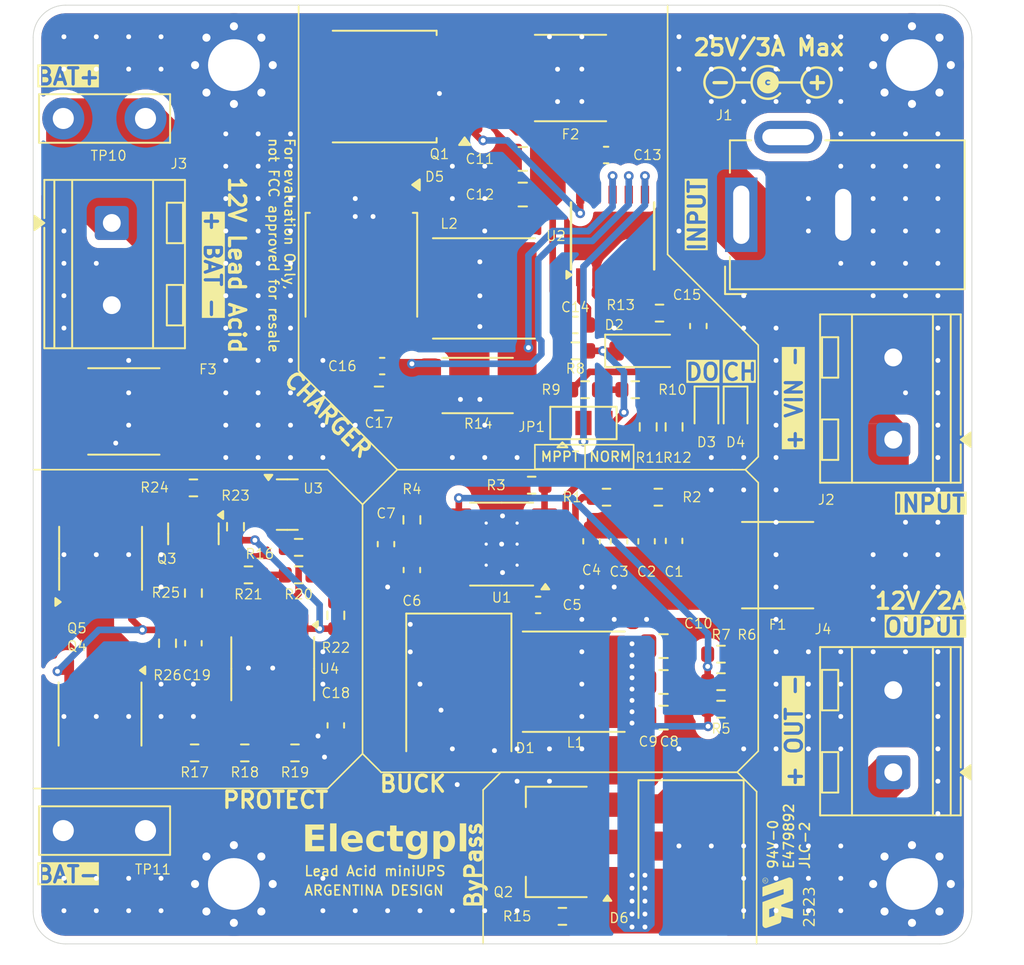
<source format=kicad_pcb>
(kicad_pcb (version 20241229) (generator "pcbnew") (generator_version "9.0")
  (layers (0 "F.Cu" signal) (2 "B.Cu" signal) (13 "F.Paste" user) (15 "B.Paste" user) (5 "F.SilkS" user "F.Silkscreen") (7 "B.SilkS" user "B.Silkscreen") (1 "F.Mask" user) (3 "B.Mask" user) (25 "Edge.Cuts" user))
  (net 0 "")
  (net 1 "GND")
  (net 2 "Net-(U1-VIN)")
  (net 3 "Net-(U1-BOOT)")
  (net 4 "Net-(D1-K)")
  (net 5 "Net-(C6-Pad1)")
  (net 6 "Net-(U1-COMP)")
  (net 7 "+12V")
  (net 8 "Net-(Q1-S)")
  (net 9 "Net-(U2-VG)")
  (net 10 "Net-(C15-Pad1)")
  (net 11 "/Battery Protect/P+")
  (net 12 "Net-(C19-Pad2)")
  (net 13 "Net-(Q4-G)")
  (net 14 "Net-(D2-K)")
  (net 15 "Net-(D3-K)")
  (net 16 "Net-(D3-A)")
  (net 17 "Net-(D4-K)")
  (net 18 "Net-(D5-K)")
  (net 19 "Net-(Q1-D)")
  (net 20 "/ByPass/OUTBP")
  (net 21 "/Buck/VIN")
  (net 22 "Net-(JP1-A)")
  (net 23 "Net-(JP1-C)")
  (net 24 "Net-(U2-CSP)")
  (net 25 "Net-(Q1-G)")
  (net 26 "Net-(Q3-G)")
  (net 27 "Net-(Q3-D)")
  (net 28 "Net-(U1-EN)")
  (net 29 "Net-(U1-RT{slash}CLK)")
  (net 30 "Net-(R5-Pad2)")
  (net 31 "Net-(U1-FB)")
  (net 32 "Net-(R10-Pad1)")
  (net 33 "Net-(U2-COM)")
  (net 34 "Net-(U3-K)")
  (net 35 "Net-(U4B-+)")
  (net 36 "Net-(U4B--)")
  (net 37 "Net-(U4A-+)")
  (net 38 "Net-(R22-Pad2)")
  (net 39 "Net-(F3-Pad2)")
  (net 40 "/Battery Protect/BAT+")
  (footprint "Resistor_SMD:R_0603_1608Metric" (layer "F.Cu") (at 157.7 100.8 -90)
    (property "Reference" "R11")
    (property "Value" "100k")
  )
  (footprint "Resistor_SMD:R_0603_1608Metric" (layer "F.Cu") (at 153.2 96.1)
    (property "Reference" "R8")
    (property "Value" "100k")
  )
  (footprint "Capacitor_SMD:C_0603_1608Metric" (layer "F.Cu") (at 154.2 107.8675 -90)
    (property "Reference" "C4")
    (property "Value" "2u2")
  )
  (footprint "Diode_SMD:D_SMC" (layer "F.Cu") (at 160.35 127.5425 -90)
    (property "Reference" "D6")
    (property "Value" "SS54")
  )
  (footprint "Capacitor_SMD:C_0603_1608Metric" (layer "F.Cu") (at 157.6 107.8675 -90)
    (property "Reference" "C2")
    (property "Value" "2u2")
  )
  (footprint "Resistor_SMD:R_0603_1608Metric" (layer "F.Cu") (at 155.125 105.1425)
    (property "Reference" "R1")
    (property "Value" "442k")
  )
  (footprint "Resistor_SMD:R_0603_1608Metric" (layer "F.Cu") (at 129.6 111.0675 90)
    (property "Reference" "R25")
    (property "Value" "10R")
  )
  (footprint "EXO_LIB_GIT:Recognized Component very small" (layer "F.Cu") (at 165.7 130.2 90)
    (property "Reference" "G***" (hide yes))
    (property "Value" "LOGO" (hide yes))
  )
  (footprint "Resistor_SMD:R_0603_1608Metric" (layer "F.Cu") (at 158.4 93.7675)
    (property "Reference" "R13")
    (property "Value" "120R")
  )
  (footprint "Resistor_SMD:R_0603_1608Metric" (layer "F.Cu") (at 133 109.9425 180)
    (property "Reference" "R21")
    (property "Value" "4k7")
  )
  (footprint "Fuse:Fuse_2920_7451Metric" (layer "F.Cu") (at 165.7 109.3425 180)
    (property "Reference" "F1")
    (property "Value" "500/24N")
  )
  (footprint "Resistor_SMD:R_0603_1608Metric" (layer "F.Cu") (at 128 114.1675 -90)
    (property "Reference" "R26")
    (property "Value" "10k")
  )
  (footprint "LED_SMD:LED_0603_1608Metric" (layer "F.Cu") (at 163.1 99.7875 -90)
    (property "Reference" "D4")
    (property "Value" "LED")
  )
  (footprint "Package_TO_SOT_SMD:SOT-23" (layer "F.Cu") (at 129.6 107.405 -90)
    (property "Reference" "Q3")
    (property "Value" "2N7002")
  )
  (footprint "TestPoint:TestPoint_Bridge_Pitch5.08mm_Drill1.3mm" (layer "F.Cu") (at 121.56 125.7425)
    (property "Reference" "TP11")
    (property "Value" "TestPoint_Alt")
  )
  (footprint "Capacitor_SMD:C_0603_1608Metric" (layer "F.Cu") (at 138.4 119.2425 -90)
    (property "Reference" "C18")
    (property "Value" "100n")
  )
  (footprint "MountingHole:MountingHole_3.2mm_M3_Pad_Via" (layer "F.Cu") (at 132.102944 78.445444)
    (property "Reference" "H1" (hide yes))
    (property "Value" "MountingHole_Pad")
  )
  (footprint "Package_SO:SSOP-10_3.9x4.9mm_P1.00mm" (layer "F.Cu") (at 155.5 89 90)
    (property "Reference" "U2")
    (property "Value" "CN3767")
  )
  (footprint "Resistor_SMD:R_0603_1608Metric" (layer "F.Cu") (at 150.5 104.4 180)
    (property "Reference" "R3")
    (property "Value" "243k")
  )
  (footprint "Resistor_SMD:R_0603_1608Metric" (layer "F.Cu") (at 162.2 116.5425 180)
    (property "Reference" "R6")
    (property "Value" "33k")
  )
  (footprint "LED_SMD:LED_0603_1608Metric" (layer "F.Cu") (at 161.3 99.7875 -90)
    (property "Reference" "D3")
    (property "Value" "LED")
  )
  (footprint "Capacitor_SMD:C_0603_1608Metric" (layer "F.Cu") (at 159.3 107.8425 -90)
    (property "Reference" "C1")
    (property "Value" "2u2")
  )
  (footprint "Package_SO:SOIC-8_3.9x4.9mm_P1.27mm" (layer "F.Cu") (at 134.5 115.7425 -90)
    (property "Reference" "U4")
    (property "Value" "LM393")
  )
  (footprint "Capacitor_SMD:C_0603_1608Metric" (layer "F.Cu") (at 129.6 114.1675 -90)
    (property "Reference" "C19")
    (property "Value" "10n")
  )
  (footprint "Jumper:SolderJumper-3_P1.3mm_Open_Pad1.0x1.5mm" (layer "F.Cu") (at 153.7 100.5575)
    (property "Reference" "JP1")
    (property "Value" "MPPT")
  )
  (footprint "Package_TO_SOT_SMD:SOT-223-3_TabPin2" (layer "F.Cu") (at 152.05 126.4425 180)
    (property "Reference" "Q2")
    (property "Value" "NTF6P02")
  )
  (footprint "Diode_SMD:D_SMC" (layer "F.Cu") (at 146 117.2425 -90)
    (property "Reference" "D1")
    (property "Value" "SS54")
  )
  (footprint "Package_SO:HSOP-8-1EP_3.9x4.9mm_P1.27mm_EP2.41x3.1mm_ThermalVias" (layer "F.Cu") (at 148.645 108.0425 180)
    (property "Reference" "U1")
    (property "Value" "TPS54360DDA")
  )
  (footprint "Connector_BarrelJack:BarrelJack_GCT_DCJ200-10-A_Horizontal" (layer "F.Cu") (at 163.45 87.6925 90)
    (property "Reference" "J1")
    (property "Value" "Barrel_Jack_Switch")
  )
  (footprint "Package_TO_SOT_SMD:SOT-23" (layer "F.Cu") (at 135.4 105.6)
    (property "Reference" "U3")
    (property "Value" "TL431AIDBZR")
  )
  (footprint "Resistor_SMD:R_0603_1608Metric" (layer "F.Cu") (at 156.9 98.5)
    (property "Reference" "R10")
    (property "Value" "360k")
  )
  (footprint "Resistor_SMD:R_2512_6332Metric" (layer "F.Cu") (at 147.1625 98.2425 180)
    (property "Reference" "R14")
    (property "Value" "0R12")
  )
  (footprint "Capacitor_SMD:C_0603_1608Metric" (layer "F.Cu") (at 143.1 109.6425 -90)
    (property "Reference" "C6")
    (property "Value" "4n7")
  )
  (footprint "Resistor_SMD:R_0603_1608Metric" (layer "F.Cu") (at 135.875 120.9425)
    (property "Reference" "R19")
    (property "Value" "47k")
  )
  (footprint "Capacitor_SMD:C_0805_2012Metric" (layer "F.Cu") (at 149.95 84.2425 180)
    (property "Reference" "C11")
    (property "Value" "47u")
  )
  (footprint "Resistor_SMD:R_0603_1608Metric" (layer "F.Cu") (at 129.6 104.5675 180)
    (property "Reference" "R24")
    (property "Value" "10k")
  )
  (footprint "Resistor_SMD:R_0603_1608Metric" (layer "F.Cu") (at 159.3 100.8 -90)
    (property "Reference" "R12")
    (property "Value" "10k")
  )
  (footprint "Package_SO:SOP-8_3.9x4.9mm_P1.27mm" (layer "F.Cu") (at 123.83 118.5425 -90)
    (property "Reference" "Q4")
    (property "Value" "AO4407")
  )
  (footprint "Capacitor_SMD:C_0805_2012Metric" (layer "F.Cu") (at 158.65 118.7625 180)
    (property "Reference" "C8")
    (property "Value" "47u")
  )
  (footprint "TestPoint:TestPoint_Bridge_Pitch5.08mm_Drill1.3mm" (layer "F.Cu") (at 121.56 81.7425)
    (property "Reference" "TP10")
    (property "Value" "TestPoint_Alt")
  )
  (footprint "Inductor_SMD:L_Taiyo-Yuden_NR-60xx" (layer "F.Cu") (at 147.55 92.2425)
    (property "Reference" "L2")
    (property "Value" "10u")
  )
  (footprint "Resistor_SMD:R_0603_1608Metric" (layer "F.Cu") (at 138.4 112.4425 -90)
    (property "Reference" "R22")
    (property "Value" "10k")
  )
  (footprint "Resistor_SMD:R_0603_1608Metric" (layer "F.Cu") (at 129.675 120.9425)
    (property "Reference" "R17")
    (property "Value" "47k")
  )
  (footprint "TerminalBlock_RND:TerminalBlock_RND_205-00232_1x02_P5.08mm_Horizontal" (layer "F.Cu") (at 172.8425 101.5875 90)
    (property "Reference" "J2")
    (property "Value" "Screw_Terminal_01x02")
  )
  (footprint "Capacitor_SMD:C_0603_1608Metric" (layer "F.Cu") (at 160.8 94.5675 -90)
    (property "Reference" "C15")
    (property "Value" "220n")
  )
  (footprint "Inductor_SMD:L_Taiyo-Yuden_NR-60xx" (layer "F.Cu") (at 153.1 116.5425)
    (property "Reference" "L1")
    (property "Value" "10u")
  )
  (footprint "Resistor_SMD:R_0603_1608Metric" (layer "F.Cu") (at 143.1 106.5425 -90)
    (property "Reference" "R4")
    (property "Value" "16k9")
  )
  (footprint "Symbol:Symbol_Barrel_Polarity" (layer "F.Cu") (at 165.1 79.4425)
    (property "Reference" "REF**" (hide yes))
    (property "Value" "Symbol_Barrel_Polarity")
  )
  (footprint "Capacitor_SMD:C_0805_2012Metric" (layer "F.Cu") (at 141.0625 99.0425 180)
    (property "Reference" "C17")
    (property "Value" "47u")
  )
  (footprint "Resistor_SMD:R_0603_1608Metric" (layer "F.Cu") (at 152.4 131.0425)
    (property "Reference" "R15")
    (property "Value" "100k")
  )
  (footprint "Capacitor_SMD:C_0603_1608Metric" (layer "F.Cu") (at 155.1 84)
    (property "Reference" "C13")
    (property "Value" "100n")
  )
  (footprint "MountingHole:MountingHole_3.2mm_M3_Pad_Via" (layer "F.Cu") (at 132.1 129.0425)
    (property "Reference" "H3" (hide yes))
    (property "Value" "MountingHole_Pad")
  )
  (footprint "Fuse:Fuse_2920_7451Metric" (layer "F.Cu") (at 152.9 79.2425 180)
    (property "Reference" "F2")
    (property "Value" "500/24N")
  )
  (footprint "TerminalBlock_RND:TerminalBlock_RND_205-00232_1x02_P5.08mm_Horizontal" (layer "F.Cu") (at 172.8425 122.1425 90)
    (property "Reference" "J4")
    (property "Value" "Screw_Terminal_01x02")
  )
  (footprint "MountingHole:MountingHole_3.2mm_M3_Pad_Via" (layer "F.Cu") (at 174 129.0425)
    (property "Reference" "H4" (hide yes))
    (property "Value" "MountingHole_Pad")
  )
  (footprint "Package_TO_SOT_SMD:TO-252-2" (layer "F.Cu") (at 139.9775 90.8825 -90)
    (property "Reference" "D5")
    (property "Value" "MBRD20100CT")
  )
  (footprint "Resistor_SMD:R_0603_1608Metric" (layer "F.Cu") (at 162.2 118.2425)
    (property "Reference" "R5")
    (property "Value" "49R9")
  )
  (footprint "Resistor_SMD:R_0603_1608Metric" (layer "F.Cu") (at 162.2 114.8425)
    (property "Reference" "R7")
    (property "Value" "2k2")
  )
  (footprint "Capacitor_SMD:C_0805_2012Metric" (layer "F.Cu") (at 149.95 86.4425 180)
    (property "Reference" "C12")
    (property "Value" "47u")
  )
  (footprint "Resistor_SMD:R_0603_1608Metric" (layer "F.Cu") (at 158.325 105.1425)
    (property "Reference" "R2")
    (property "Value" "90k9")
  )
  (footprint "Resistor_SMD:R_0603_1608Metric" (layer "F.Cu") (at 153.8 98.5)
    (property "Reference" "R9")
    (property "Value" "1M")
  )
  (footprint "Resistor_SMD:R_0603_1608Metric" (layer "F.Cu") (at 136.1 109.9425 180)
    (property "Reference" "R20")
    (property "Value" "15k")
  )
  (footprint "Diode_SMD:D_SOD-123" (layer "F.Cu") (at 157.4 96.1)
    (property "Reference" "D2")
    (property "Value" "5V1")
  )
  (footprint "Capacitor_SMD:C_0603_1608Metric" (layer "F.Cu") (at 141.5 108.0425 -90)
    (property "Reference" "C7")
    (property "Value" "47p")
  )
  (footprint "Resistor_SMD:R_0603_1608Metric" (layer "F.Cu") (at 136.1 108.2425 180)
    (property "Reference" "R16")
    (property "Value" "10k")
  )
  (footprint "Capacitor_SMD:C_0603_1608Metric" (layer "F.Cu") (at 155.9 107.8675 -90)
    (property "Reference" "C3")
    (property "Value" "2u2")
  )
  (footprint "Capacitor_SMD:C_0603_1608Metric" (layer "F.Cu") (at 153.2 94.5)
    (property "Reference" "C14")
    (property "Value" "100n")
  )
  (footprint "MountingHole:MountingHole_3.2mm_M3_Pad_Via" (layer "F.Cu") (at 174 78.4425)
    (property "Reference" "H2" (hide yes))
    (property "Value" "MountingHole_Pad")
  )
  (footprint "Capacitor_SMD:C_0603_1608Metric" (layer "F.Cu") (at 141.2625 97.0425 180)
    (property "Reference" "C16")
    (property "Value" "100n")
  )
  (footprint "Capacitor_SMD:C_0805_2012Metric" (layer "F.Cu") (at 158.65 114.3425 180)
    (property "Reference" "C10")
    (property "Value" "47u")
  )
  (footprint "Resistor_SMD:R_0603_1608Metric" (layer "F.Cu") (at 132.2 106.9675 90)
    (property "Reference" "R23")
    (property "Value" "10k")
  )
  (footprint "Capacitor_SMD:C_0805_2012Metric" (layer "F.Cu") (at 158.65 116.5625 180)
    (property "Reference" "C9")
    (property "Value" "47u")
  )
  (footprint "Fuse:Fuse_2920_7451Metric" (layer "F.Cu") (at 125.3 99.8425 180)
    (property "Reference" "F3")
    (property "Value" "500/24N")
  )
  (footprint "Package_TO_SOT_SMD:TO-252-2" (layer "F.Cu") (at 141.3175 79.77 180)
    (property "Reference" "Q1")
    (property "Value" "DMP4051LK3-13")
  )
  (footprint "Capacitor_SMD:C_0603_1608Metric" (layer "F.Cu") (at 150.9 111.8 180)
    (property "Reference" "C5")
    (property "Value" "100n")
  )
  (footprint "Package_SO:SOP-8_3.9x4.9mm_P1.27mm" (layer "F.Cu") (at 123.865 108.9175 90)
    (property "Reference" "Q5")
    (property "Value" "AO4407")
  )
  (footprint "TerminalBlock_RND:TerminalBlock_RND_205-00232_1x02_P5.08mm_Horizontal" (layer "F.Cu") (at 124.5575 88.1975 -90)
    (property "Reference" "J3")
    (property "Value" "Screw_Terminal_01x02")
  )
  (footprint "Resistor_SMD:R_0603_1608Metric" (layer "F.Cu") (at 132.775 120.9425)
    (property "Reference" "R18")
    (property "Value" "47k")
  )
  (gr_line (start 163.2 122.1325) (end 164.41 123.3425) (stroke (width 0.1)) (layer "F.SilkS"))
  (gr_line (start 148.6 122.1325) (end 163.2 122.1325) (stroke (width 0.1)) (layer "F.SilkS"))
  (gr_line (start 164.5 104.2425) (end 164.5 105.0425) (stroke (width 0.1)) (layer "F.SilkS"))
  (gr_line (start 153.8 101.9) (end 153.8 103.4) (stroke (width 0.1)) (layer "F.SilkS"))
  (gr_line (start 137.9 103.4425) (end 140.05 105.5925) (stroke (width 0.1)) (layer "F.SilkS"))
  (gr_line (start 164.5 120.8325) (end 164.5 117.0425) (stroke (width 0.1)) (layer "F.SilkS"))
  (gr_line (start 140.05 105.5925) (end 140.05 120.9925) (stroke (width 0.1)) (layer "F.SilkS"))
  (gr_line (start 142.2 103.4425) (end 162.9 103.4425) (stroke (width 0.1)) (layer "F.SilkS"))
  (gr_line (start 163.7 103.4425) (end 164.5 102.6425) (stroke (width 0.1)) (layer "F.SilkS"))
  (gr_line (start 150.7 102.1) (end 150.7 101.9) (stroke (width 0.1)) (layer "F.SilkS"))
  (gr_line (start 136.1 97.3425) (end 136.1 74.7425) (stroke (width 0.1)) (layer "F.SilkS"))
  (gr_line (start 141.2 122.1425) (end 163.2 122.1425) (stroke (width 0.1)) (layer "F.SilkS"))
  (gr_line (start 150.7 102.1) (end 150.7 103.4) (stroke (width 0.1)) (layer "F.SilkS"))
  (gr_line (start 163.2 122.1325) (end 164.5 120.8325) (stroke (width 0.1)) (layer "F.SilkS"))
  (gr_line (start 163.7 103.4425) (end 164.5 104.2425) (stroke (width 0.1)) (layer "F.SilkS"))
  (gr_line (start 150.7 103.4) (end 156.8 103.4) (stroke (width 0.1)) (layer "F.SilkS"))
  (gr_line (start 156.8 101.9) (end 150.7 101.9) (stroke (width 0.1)) (layer "F.SilkS"))
  (gr_line (start 142.2 103.4425) (end 136.1 97.3425) (stroke (width 0.1)) (layer "F.SilkS"))
  (gr_line (start 140.05 105.5925) (end 142.2 103.4425) (stroke (width 0.1)) (layer "F.SilkS"))
  (gr_line (start 148.6 122.1325) (end 147.5 123.2325) (stroke (width 0.1)) (layer "F.SilkS"))
  (gr_line (start 147.5 123.2325) (end 147.5 132.7425) (stroke (width 0.1)) (layer "F.SilkS"))
  (gr_line (start 162.9 103.4425) (end 163.7 103.4425) (stroke (width 0.1)) (layer "F.SilkS"))
  (gr_line (start 164.5 102.6425) (end 164.5 95.7425) (stroke (width 0.1)) (layer "F.SilkS"))
  (gr_line (start 164.5 117.0425) (end 164.5 105.0425) (stroke (width 0.1)) (layer "F.SilkS"))
  (gr_line (start 158.9 90.1425) (end 158.9 74.7425) (stroke (width 0.1)) (layer "F.SilkS"))
  (gr_line (start 156.8 103.4) (end 156.8 101.9) (stroke (width 0.1)) (layer "F.SilkS"))
  (gr_line (start 140.05 120.9925) (end 141.2 122.1425) (stroke (width 0.1)) (layer "F.SilkS"))
  (gr_line (start 137.9 123.1425) (end 119.7 123.1425) (stroke (width 0.1)) (layer "F.SilkS"))
  (gr_line (start 158.9 90.1425) (end 164.5 95.7425) (stroke (width 0.1)) (layer "F.SilkS"))
  (gr_line (start 119.7 103.4425) (end 137.9 103.4425) (stroke (width 0.1)) (layer "F.SilkS"))
  (gr_line (start 137.9 123.1425) (end 140.05 120.9925) (stroke (width 0.1)) (layer "F.SilkS"))
  (gr_line (start 164.4 132.7425) (end 164.4 123.3425) (stroke (width 0.1)) (layer "F.SilkS"))
  (gr_arc (start 119.7 76.7425) (mid 120.285786 75.328286) (end 121.7 74.7425) (stroke (width 0.05)) (layer "Edge.Cuts"))
  (gr_line (start 119.7 130.7425) (end 119.7 76.7425) (stroke (width 0.05)) (layer "Edge.Cuts"))
  (gr_line (start 177.7 130.7425) (end 177.7 76.7425) (stroke (width 0.05)) (layer "Edge.Cuts"))
  (gr_line (start 175.7 132.7425) (end 121.7 132.7425) (stroke (width 0.05)) (layer "Edge.Cuts"))
  (gr_line (start 175.7 74.7425) (end 121.7 74.7425) (stroke (width 0.05)) (layer "Edge.Cuts"))
  (gr_arc (start 175.7 74.7425) (mid 177.114214 75.328286) (end 177.7 76.7425) (stroke (width 0.05)) (layer "Edge.Cuts"))
  (gr_arc (start 121.7 132.7425) (mid 120.285786 132.156714) (end 119.7 130.7425) (stroke (width 0.05)) (layer "Edge.Cuts"))
  (gr_arc (start 177.7 130.7425) (mid 177.114214 132.156714) (end 175.7 132.7425) (stroke (width 0.05)) (layer "Edge.Cuts"))
  (gr_text "+ VIN -" (at 167.3 102.3425 90) (layer "F.SilkS" knockout) (effects (font (size 1 1) (thickness 0.2) (bold yes)) (justify left bottom)))
  (gr_text "25V/3A Max" (at 160.4 77.9425 0) (layer "F.SilkS") (effects (font (size 1 1) (thickness 0.2) (bold yes)) (justify left bottom)))
  (gr_text "ByPass" (at 147.5 130.6425 90) (layer "F.SilkS") (effects (font (size 1 1) (thickness 0.2) (bold yes)) (justify left bottom)))
  (gr_text "INPUT" (at 161.3 90.0425 90) (layer "F.SilkS" knockout) (effects (font (size 1 1) (thickness 0.2) (bold yes)) (justify left bottom)))
  (gr_text "For evaluation Only, \nnot FCC approved for resale" (at 134.2 82.9 270) (layer "F.SilkS") (effects (font (size 0.6096 0.6096) (thickness 0.1)) (justify left bottom)))
  (gr_text "ARGENTINA DESIGN" (at 136.4 129.8 0) (layer "F.SilkS") (effects (font (size 0.6096 0.6096) (thickness 0.1)) (justify left bottom)))
  (gr_text "BUCK" (at 141 123.4425 0) (layer "F.SilkS") (effects (font (size 1 1) (thickness 0.2) (bold yes)) (justify left bottom)))
  (gr_text "Electgpl" (at 136.3 127.3 0) (layer "F.SilkS") (effects (font (size 1.6256 1.6256) (thickness 0.32512) (bold yes)) (justify left bottom)))
  (gr_text "OUPUT" (at 172.2 113.7425 0) (layer "F.SilkS" knockout) (effects (font (size 1 1) (thickness 0.2) (bold yes)) (justify left bottom)))
  (gr_text "12V Lead Acid" (at 131.7 85.2425 270) (layer "F.SilkS") (effects (font (size 1 1) (thickness 0.2) (bold yes)) (justify left bottom)))
  (gr_text "INPUT" (at 172.8 106.1425 0) (layer "F.SilkS" knockout) (effects (font (size 1 1) (thickness 0.2) (bold yes)) (justify left bottom)))
  (gr_text "DO" (at 159.9 98 0) (layer "F.SilkS" knockout) (effects (font (size 1 1) (thickness 0.2) (bold yes)) (justify left bottom)))
  (gr_text "NORM" (at 154 103 0) (layer "F.SilkS") (effects (font (size 0.6096 0.6096) (thickness 0.1)) (justify left bottom)))
  (gr_text "Lead Acid miniUPS" (at 136.4 128.6 0) (layer "F.SilkS") (effects (font (size 0.6096 0.6096) (thickness 0.1)) (justify left bottom)))
  (gr_text "CHARGER" (at 135 97.9425 315) (layer "F.SilkS") (effects (font (size 1 1) (thickness 0.2) (bold yes)) (justify left bottom)))
  (gr_text "12V/2A" (at 171.6 112.1425 0) (layer "F.SilkS") (effects (font (size 1 1) (thickness 0.2) (bold yes)) (justify left bottom)))
  (gr_text "2523" (at 168.113 131.724 90) (layer "F.SilkS") (effects (font (size 0.7112 0.7112) (thickness 0.1) (italic yes)) (justify left bottom)))
  (gr_text "BAT+" (at 119.8 79.7425 0) (layer "F.SilkS" knockout) (effects (font (size 1 1) (thickness 0.2) (bold yes)) (justify left bottom)))
  (gr_text "+" (at 167.4 80.0425 0) (layer "F.SilkS") (effects (font (size 1 1) (thickness 0.2) (bold yes)) (justify left bottom)))
  (gr_text "CH" (at 162.2 98 0) (layer "F.SilkS" knockout) (effects (font (size 1 1) (thickness 0.2) (bold yes)) (justify left bottom)))
  (gr_text "-" (at 161.4 80.0425 0) (layer "F.SilkS") (effects (font (size 1 1) (thickness 0.2) (bold yes)) (justify left bottom)))
  (gr_text "+ OUT -" (at 167.3 123.1425 90) (layer "F.SilkS" knockout) (effects (font (size 1 1) (thickness 0.2) (bold yes)) (justify left bottom)))
  (gr_text "94V-0\nE479892\nJLC-2" (at 167.732 128.168 90) (layer "F.SilkS") (effects (font (size 0.6096 0.6096) (thickness 0.1016) (bold yes)) (justify left bottom)))
  (gr_text "+ BAT -" (at 130.2 87.3425 270) (layer "F.SilkS" knockout) (effects (font (size 1 1) (thickness 0.2) (bold yes)) (justify left bottom)))
  (gr_text "PROTECT" (at 131.3 124.4425 0) (layer "F.SilkS") (effects (font (size 1 1) (thickness 0.2) (bold yes)) (justify left bottom)))
  (gr_text "MPPT" (at 151 103 0) (layer "F.SilkS") (effects (font (size 0.6096 0.6096) (thickness 0.1)) (justify left bottom)))
  (gr_text "BAT-" (at 119.8 129.0425 0) (layer "F.SilkS" knockout) (effects (font (size 1 1) (thickness 0.2) (bold yes)) (justify left bottom)))
  (via (at 175.6 94.6925) (size 0.6) (drill 0.3) (layers "F.Cu" "B.Cu") (net 1))
  (via (at 175.6 114.6925) (size 0.6) (drill 0.3) (layers "F.Cu" "B.Cu") (net 1))
  (via (at 175.6 102.6925) (size 0.6) (drill 0.3) (layers "F.Cu" "B.Cu") (net 1))
  (via (at 165.6 102.6925) (size 0.6) (drill 0.3) (layers "F.Cu" "B.Cu") (net 1))
  (via (at 147.6 130.6925) (size 0.6) (drill 0.3) (layers "F.Cu" "B.Cu") (net 1))
  (via (at 163.6 102.6925) (size 0.6) (drill 0.3) (layers "F.Cu" "B.Cu") (net 1))
  (via (at 171.6 86.6925) (size 0.6) (drill 0.3) (layers "F.Cu" "B.Cu") (net 1))
  (via (at 149.6 130.6925) (size 0.6) (drill 0.3) (layers "F.Cu" "B.Cu") (net 1))
  (via (at 175.6 98.6925) (size 0.6) (drill 0.3) (layers "F.Cu" "B.Cu") (net 1))
  (via (at 131.6 86.6925) (size 0.6) (drill 0.3) (layers "F.Cu" "B.Cu") (net 1))
  (via (at 175.6 100.6925) (size 0.6) (drill 0.3) (layers "F.Cu" "B.Cu") (net 1))
  (via (at 135.6 92.6925) (size 0.6) (drill 0.3) (layers "F.Cu" "B.Cu") (net 1))
  (via (at 171.6 84.6925) (size 0.6) (drill 0.3) (layers "F.Cu" "B.Cu") (net 1))
  (via (at 169.6 114.6925) (size 0.6) (drill 0.3) (layers "F.Cu" "B.Cu") (net 1))
  (via (at 137.6 98.6925) (size 0.6) (drill 0.3) (layers "F.Cu" "B.Cu") (net 1))
  (via (at 145.9 122.9) (size 0.6) (drill 0.3) (layers "F.Cu" "B.Cu") (net 1))
  (via (at 131.6 128.6925) (size 0.6) (drill 0.3) (layers "F.Cu" "B.Cu") (net 1))
  (via (at 140.7 87.8) (size 0.6) (drill 0.3) (layers "F.Cu" "B.Cu") (net 1))
  (via (at 123.6 76.6925) (size 0.6) (drill 0.3) (layers "F.Cu" "B.Cu") (net 1))
  (via (at 153.6 110.6925) (size 0.6) (drill 0.3) (layers "F.Cu" "B.Cu") (net 1))
  (via (at 145.6 102.6925) (size 0.6) (drill 0.3) (layers "F.Cu" "B.Cu") (net 1))
  (via (at 175.6 112.6925) (size 0.6) (drill 0.3) (layers "F.Cu" "B.Cu") (net 1))
  (via (at 165.6 96.6925) (size 0.6) (drill 0.3) (layers "F.Cu" "B.Cu") (net 1))
  (via (at 171.6 82.6925) (size 0.6) (drill 0.3) (layers "F.Cu" "B.Cu") (net 1))
  (via (at 144.9 118.3) (size 0.6) (drill 0.3) (layers "F.Cu" "B.Cu") (net 1))
  (via (at 167.6 128.6925) (size 0.6) (drill 0.3) (layers "F.Cu" "B.Cu") (net 1))
  (via (at 171.6 114.6925) (size 0.6) (drill 0.3) (layers "F.Cu" "B.Cu") (net 1))
  (via (at 133.6 82.6925) (size 0.6) (drill 0.3) (layers "F.Cu" "B.Cu") (net 1))
  (via (at 165.6 120.6925) (size 0.6) (drill 0.3) (layers "F.Cu" "B.Cu") (net 1))
  (via (at 175.6 116.6925) (size 0.6) (drill 0.3) (layers "F.Cu" "B.Cu") (net 1))
  (via (at 175.6 120.6925) (size 0.6) (drill 0.3) (layers "F.Cu" "B.Cu") (net 1))
  (via (at 153.6 116.6925) (size 0.6) (drill 0.3) (layers "F.Cu" "B.Cu") (net 1))
  (via (at 175.6 124.6925) (size 0.6) (drill 0.3) (layers "F.Cu" "B.Cu") (net 1))
  (via (at 127.6 118.6925) (size 0.6) (drill 0.3) (layers "F.Cu" "B.Cu") (net 1))
  (via (at 155.6 112.6925) (size 0.6) (drill 0.3) (layers "F.Cu" "B.Cu") (net 1))
  (via (at 145.6 120.6925) (size 0.6) (drill 0.3) (layers "F.Cu" "B.Cu") (net 1))
  (via (at 161.6 104.6925) (size 0.6) (drill 0.3) (layers "F.Cu" "B.Cu") (net 1))
  (via (at 171.6 92.6925) (size 0.6) (drill 0.3) (layers "F.Cu" "B.Cu") (net 1))
  (via (at 143 114.7) (size 0.6) (drill 0.3) (layers "F.Cu" "B.Cu") (net 1))
  (via (at 125.6 100.6925) (size 0.6) (drill 0.3) (layers "F.Cu" "B.Cu") (net 1))
  (via (at 125.6 130.6925) (size 0.6) (drill 0.3) (layers "F.Cu" "B.Cu") (net 1))
  (via (at 149.6 120.6925) (size 0.6) (drill 0.3) (layers "F.Cu" "B.Cu") (net 1))
  (via (at 175.6 82.6925) (size 0.6) (drill 0.3) (layers "F.Cu" "B.Cu") (net 1))
  (via (at 131.6 92.6925) (size 0.6) (drill 0.3) (layers "F.Cu" "B.Cu") (net 1))
  (via (at 148.7 106.3) (size 0.6) (drill 0.3) (layers "F.Cu" "B.Cu") (net 1))
  (via (at 125.6 76.6925) (size 0.6) (drill 0.3) (layers "F.Cu" "B.Cu") (net 1))
  (via (at 153.6 118.6925) (size 0.6) (drill 0.3) (layers "F.Cu" "B.Cu") (net 1))
  (via (at 131.6 102.6925) (size 0.6) (drill 0.3) (layers "F.Cu" "B.Cu") (net 1))
  (via (at 175.6 84.6925) (size 0.6) (drill 0.3) (layers "F.Cu" "B.Cu") (net 1))
  (via (at 165.6 106.6925) (size 0.6) (drill 0.3) (layers "F.Cu" "B.Cu") (net 1))
  (via (at 133.6 102.6925) (size 0.6) (drill 0.3) (layers "F.Cu" "B.Cu") (net 1))
  (via (at 131.6 98.6925) (size 0.6) (drill 0.3) (layers "F.Cu" "B.Cu") (net 1))
  (via (at 124.8 101.8) (size 0.6) (drill 0.3) (layers "F.Cu" "B.Cu") (net 1))
  (via (at 163.6 130.6925) (size 0.6) (drill 0.3) (layers "F.Cu" "B.Cu") (net 1))
  (via (at 133.6 86.6925) (size 0.6) (drill 0.3) (layers "F.Cu" "B.Cu") (net 1))
  (via (at 148.2 120.8) (size 0.6) (drill 0.3) (layers "F.Cu" "B.Cu") (net 1))
  (via (at 135.6 98.6925) (size 0.6) (drill 0.3) (layers "F.Cu" "B.Cu") (net 1))
  (via (at 135.6 100.6925) (size 0.6) (drill 0.3) (layers "F.Cu" "B.Cu") (net 1))
  (via (at 125.6 118.6925) (size 0.6) (drill 0.3) (layers "F.Cu" "B.Cu") (net 1))
  (via (at 134.5 115.7) (size 0.6) (drill 0.3) (layers "F.Cu" "B.Cu") (net 1))
  (via (at 169.6 116.6925) (size 0.6) (drill 0.3) (layers "F.Cu" "B.Cu") (net 1))
  (via (at 147.3 90.6) (size 0.6) (drill 0.3) (layers "F.Cu" "B.Cu") (net 1))
  (via (at 125.6 128.6925) (size 0.6) (drill 0.3) (layers "F.Cu" "B.Cu") (net 1))
  (via (at 167.6 80.6925) (size 0.6) (drill 0.3) (layers "F.Cu" "B.Cu") (net 1))
  (via (at 167.6 88.6925) (size 0.6) (drill 0.3) (layers "F.Cu" "B.Cu") (net 1))
  (via (at 171.6 90.6925) (size 0.6) (drill 0.3) (layers "F.Cu" "B.Cu") (net 1))
  (via (at 137.6 114.6925) (size 0.6) (drill 0.3) (layers "F.Cu" "B.Cu") (net 1))
  (via (at 175.6 88.6925) (size 0.6) (drill 0.3) (layers "F.Cu" "B.Cu") (net 1))
  (via (at 173.6 90.6925) (size 0.6) (drill 0.3) (layers "F.Cu" "B.Cu") (net 1))
  (via (at 159.6 78.6925) (size 0.6) (drill 0.3) (layers "F.Cu" "B.Cu") (net 1))
  (via (at 127.6 78.6925) (size 0.6) (drill 0.3) (layers "F.Cu" "B.Cu") (net 1))
  (via (at 167.6 86.6925) (size 0.6) (drill 0.3) (layers "F.Cu" "B.Cu") (net 1))
  (via (at 143 113) (size 0.6) (drill 0.3) (layers "F.Cu" "B.Cu") (net 1))
  (via (at 148.645 108.0425) (size 0.6) (drill 0.3) (layers "F.Cu" "B.Cu") (net 1))
  (via (at 167.6 116.6925) (size 0.6) (drill 0.3) (layers "F.Cu" "B.Cu") (net 1))
  (via (at 123.6 108.6925) (size 0.6) (drill 0.3) (layers "F.Cu" "B.Cu") (net 1))
  (via (at 165.6 116.6925) (size 0.6) (drill 0.3) (layers "F.Cu" "B.Cu") (net 1))
  (via (at 165.6 78.6925) (size 0.6) (drill 0.3) (layers "F.Cu" "B.Cu") (net 1))
  (via (at 165.6 94.6925) (size 0.6) (drill 0.3) (layers "F.Cu" "B.Cu") (net 1))
  (via (at 175.6 92.6925) (size 0.6) (drill 0.3) (layers "F.Cu" "B.Cu") (net 1))
  (via (at 137.6 102.6925) (size 0.6) (drill 0.3) (layers "F.Cu" "B.Cu") (net 1))
  (via (at 163.6 126.6925) (size 0.6) (drill 0.3) (layers "F.Cu" "B.Cu") (net 1))
  (via (at 121.6 94.6925) (size 0.6) (drill 0.3) (layers "F.Cu" "B.Cu") (net 1))
  (via (at 133.6 98.6925) (size 0.6) (drill 0.3) (layers "F.Cu" "B.Cu") (net 1))
  (via (at 121.6 118.6925) (size 0.6) (drill 0.3) (layers "F.Cu" "B.Cu") (net 1))
  (via (at 123.6 90.6925) (size 0.6) (drill 0.3) (layers "F.Cu" "B.Cu") (net 1))
  (via (at 163.6 128.6925) (size 0.6) (drill 0.3) (layers "F.Cu" "B.Cu") (net 1))
  (via (at 127.6 130.6925) (size 0.6) (drill 0.3) (layers "F.Cu" "B.Cu") (net 1))
  (via (at 169.6 84.6925) (size 0.6) (drill 0.3) (layers "F.Cu" "B.Cu") (net 1))
  (via (at 131.6 96.6925) (size 0.6) (drill 0.3) (layers "F.Cu" "B.Cu") (net 1))
  (via (at 165.6 108.6925) (size 0.6) (drill 0.3) (layers "F.Cu" "B.Cu") (net 1))
  (via (at 121.6 128.6925) (size 0.6) (drill 0.3) (layers "F.Cu" "B.Cu") (net 1))
  (via (at 153.6 76.6925) (size 0.6) (drill 0.3) (layers "F.Cu" "B.Cu") (net 1))
  (via (at 125.6 98.6925) (size 0.6) (drill 0.3) (layers "F.Cu" "B.Cu") (net 1))
  (via (at 167.6 120.6925) (size 0.6) (drill 0.3) (layers "F.Cu" "B.Cu") (net 1))
  (via (at 151.6 120.6925) (size 0.6) (drill 0.3) (layers "F.Cu" "B.Cu") (net 1))
  (via (at 165.6 98.6925) (size 0.6) (drill 0.3) (layers "F.Cu" "B.Cu") (net 1))
  (via (at 139.6 100.6925) (size 0.6) (drill 0.3) (layers "F.Cu" "B.Cu") (net 1))
  (via (at 133.6 90.6925) (size 0.6) (drill 0.3) (layers "F.Cu" "B.Cu") (net 1))
  (via (at 165.6 100.6925) (size 0.6) (drill 0.3) (layers "F.Cu" "B.Cu") (net 1))
  (via (at 137.7 121.2) (size 0.6) (drill 0.3) (layers "F.Cu" "B.Cu") (net 1))
  (via (at 165.6 104.6925) (size 0.6) (drill 0.3) (layers "F.Cu" "B.Cu") (net 1))
  (via (at 171.6 110.6925) (size 0.6) (drill 0.3) (layers "F.Cu" "B.Cu") (net 1))
  (via (at 131.6 84.6925) (size 0.6) (drill 0.3) (layers "F.Cu" "B.Cu") (net 1))
  (via (at 147.6 86.6925) (size 0.6) (drill 0.3) (layers "F.Cu" "B.Cu") (net 1))
  (via (at 133 115.7) (size 0.6) (drill 0.3) (layers "F.Cu" "B.Cu") (net 1))
  (via (at 173.6 88.6925) (size 0.6) (drill 0.3) (layers "F.Cu" "B.Cu") (net 1))
  (via (at 147.6 84.6925) (size 0.6) (drill 0.3) (layers "F.Cu" "B.Cu") (net 1))
  (via (at 161.6 126.6925) (size 0.6) (drill 0.3) (layers "F.Cu" "B.Cu") (net 1))
  (via (at 152.1 78.7) (size 0.6) (drill 0.3) (layers "F.Cu" "B.Cu") (net 1))
  (via (at 175.6 96.6925) (size 0.6) (drill 0.3) (layers "F.Cu" "B.Cu") (net 1))
  (via (at 135.6 84.6925) (size 0.6) (drill 0.3) (layers "F.Cu" "B.Cu") (net 1))
  (via (at 139.6 130.6925) (size 0.6) (drill 0.3) (layers "F.Cu" "B.Cu") (net 1))
  (via (at 163.6 78.6925) (size 0.6) (drill 0.3) (layers "F.Cu" "B.Cu") (net 1))
  (via (at 173.6 106.6925) (size 0.6) (drill 0.3) (layers "F.Cu" "B.Cu") (net 1))
  (via (at 147.3 99.1) (size 0.6) (drill 0.3) (layers "F.Cu" "B.Cu") (net 1))
  (via (at 157.6 112.6925) (size 0.6) (drill 0.3) (layers "F.Cu" "B.Cu") (net 1))
  (via (at 123.6 118.6925) (size 0.6) (drill 0.3) (layers "F.Cu" "B.Cu") (net 1))
  (via (at 145.6 84.6925) (size 0.6) (drill 0.3) (layers "F.Cu" "B.Cu") (net 1))
  (via (at 165.6 80.6925) (size 0.6) (drill 0.3) (layers "F.Cu" "B.Cu") (net 1))
  (via (at 173.6 78.6925) (size 0.6) (drill 0.3) (layers "F.Cu" "B.Cu") (net 1))
  (via (at 123.6 78.6925) (size 0.6) (drill 0.3) (layers "F.Cu" "B.Cu") (net 1))
  (via (at 165.6 114.6925) (size 0.6) (drill 0.3) (layers "F.Cu" "B.Cu") (net 1))
  (via (at 175.6 110.6925) (size 0.6) (drill 0.3) (layers "F.Cu" "B.Cu") (net 1))
  (via (at 163.6 94.6925) (size 0.6) (drill 0.3) (layers "F.Cu" "B.Cu") (net 1))
  (via (at 125.6 108.6925) (size 0.6) (drill 0.3) (layers "F.Cu" "B.Cu") (net 1))
  (via (at 169.6 120.6925) (size 0.6) (drill 0.3) (layers "F.Cu" "B.Cu") (net 1))
  (via (at 167.6 76.6925) (size 0.6) (drill 0.3) (layers "F.Cu" "B.Cu") (net 1))
  (via (at 148.7 109.8) (size 0.6) (drill 0.3) (layers "F.Cu" "B.Cu") (net 1))
  (via (at 169.6 130.6925) (size 0.6) (drill 0.3) (layers "F.Cu" "B.Cu") (net 1))
  (via (at 153.6 78.6925) (size 0.6) (drill 0.3) (layers "F.Cu" "B.Cu") (net 1))
  (via (at 173.6 108.6925) (size 0.6) (drill 0.3) (layers "F.Cu" "B.Cu") (net 1))
  (via (at 159.6 126.6925) (size 0.6) (drill 0.3) (layers "F.Cu" "B.Cu") (net 1))
  (via (at 173.6 110.6925) (size 0.6) (drill 0.3) (layers "F.Cu" "B.Cu") (net 1))
  (via (at 133.6 92.6925) (size 0.6) (drill 0.3) (layers "F.Cu" "B.Cu") (net 1))
  (via (at 173.6 128.6925) (size 0.6) (drill 0.3) (layers "F.Cu" "B.Cu") (net 1))
  (via (at 125.6 96.6925) (size 0.6) (drill 0.3) (layers "F.Cu" "B.Cu") (net 1))
  (via (at 165.6 130.6925) (size 0.6) (drill 0.3) (layers "F.Cu" "B.Cu") (net 1))
  (via (at 135.6 82.6925) (size 0.6) (drill 0.3) (layers "F.Cu" "B.Cu") (net 1))
  (via (at 137.6 128.6925) (size 0.6) (drill 0.3) (layers "F.Cu" "B.Cu") (net 1))
  (via (at 165.6 112.6925) (size 0.6) (drill 0.3) (layers "F.Cu" "B.Cu") (net 1))
  (via (at 175.6 106.6925) (size 0.6) (drill 0.3) (layers "F.Cu" "B.Cu") (net 1))
  (via (at 169.6 80.6925) (size 0.6) (drill 0.3) (layers "F.Cu" "B.Cu") (net 1))
  (via (at 144.8 80.2) (size 0.6) (drill 0.3) (layers "F.Cu" "B.Cu") (net 1))
  (via (at 149.6 102.6925) (size 0.6) (drill 0.3) (layers "F.Cu" "B.Cu") (net 1))
  (via (at 146.1 99.1) (size 0.6) (drill 0.3) (layers "F.Cu" "B.Cu") (net 1))
  (via (at 167.6 130.6925) (size 0.6) (drill 0.3) (layers "F.Cu" "B.Cu") (net 1))
  (via (at 165.6 110.6925) (size 0.6) (drill 0.3) (layers "F.Cu" "B.Cu") (net 1))
  (via (at 135.6 90.6925) (size 0.6) (drill 0.3) (layers "F.Cu" "B.Cu") (net 1))
  (via (at 163.6 76.6925) (size 0.6) (drill 0.3) (layers "F.Cu" "B.Cu") (net 1))
  (via (at 161.6 80.6925) (size 0.6) (drill 0.3) (layers "F.Cu" "B.Cu") (net 1))
  (via (at 147.3 92.7) (size 0.6) (drill 0.3) (layers "F.Cu" "B.Cu") (net 1))
  (via (at 155.6 110.6925) (size 0.6) (drill 0.3) (layers "F.Cu" "B.Cu") (net 1))
  (via (at 169.6 90.6925) (size 0.6) (drill 0.3) (layers "F.Cu" "B.Cu") (net 1))
  (via (at 145.6 130.6925) (size 0.6) (drill 0.3) (layers "F.Cu" "B.Cu") (net 1))
  (via (at 143.6 116.6925) (size 0.6) (drill 0.3) (layers "F.Cu" "B.Cu") (net 1))
  (via (at 129.6 118.6925) (size 0.6) (drill 0.3) (layers "F.Cu" "B.Cu") (net 1))
  (via (at 159.6 88.6925) (size 0.6) (drill 0.3) (layers "F.Cu" "B.Cu") (net 1))
  (via (at 159.6 120.6925) (size 0.6) (drill 0.3) (layers "F.Cu" "B.Cu") (net 1))
  (via (at 135.6 94.6925) (size 0.6) (drill 0.3) (layers "F.Cu" "B.Cu") (net 1))
  (via (at 133.6 100.6925) (size 0.6) (drill 0.3) (layers "F.Cu" "B.Cu") (net 1))
  (via (at 173.6 98.6925) (size 0.6) (drill 0.3) (layers "F.Cu" "B.Cu") (net 1))
  (via (at 175.6 104.6925) (size 0.6) (drill 0.3) (layers "F.Cu" "B.Cu") (net 1))
  (via (at 139.6 86.6925) (size 0.6) (drill 0.3) (layers "F.Cu" "B.Cu") (net 1))
  (via (at 133.6 84.6925) (size 0.6) (drill 0.3) (layers "F.Cu" "B.Cu") (net 1))
  (via (at 175.6 90.6925) (size 0.6) (drill 0.3) (layers "F.Cu" "B.Cu") (net 1))
  (via (at 173.6 82.6925) (size 0.6) (drill 0.3) (layers "F.Cu" "B.Cu") (net 1))
  (via (at 161.6 78.6925) (size 0.6) (drill 0.3) (layers "F.Cu" "B.Cu") (net 1))
  (via (at 127.6 108.6925) (size 0.6) (drill 0.3) (layers "F.Cu" "B.Cu") (net 1))
  (via (at 153.6 114.6925) (size 0.6) (drill 0.3) (layers "F.Cu" "B.Cu") (net 1))
  (via (at 173.6 92.6925) (size 0.6) (drill 0.3) (layers "F.Cu" "B.Cu") (net 1))
  (via (at 153.6 112.6925) (size 0.6) (drill 0.3) (layers "F.Cu" "B.Cu") (net 1))
  (via (at 145.6 86.6925) (size 0.6) (drill 0.3) (layers "F.Cu" "B.Cu") (net 1))
  (via (at 131.6 90.6925) (size 0.6) (drill 0.3) (layers "F.Cu" "B.Cu") (net 1))
  (via (at 173.6 114.6925) (size 0.6) (drill 0.3) (layers "F.Cu" "B.Cu") (net 1))
  (via (at 153.6 80.6925) (size 0.6) (drill 0.3) (layers "F.Cu" "B.Cu") (net 1))
  (via (at 163.6 120.6925) (size 0.6) (drill 0.3) (layers "F.Cu" "B.Cu") (net 1))
  (via (at 175.6 118.6925) (size 0.6) (drill 0.3) (layers "F.Cu" "B.Cu") (net 1))
  (via (at 175.6 86.6925) (size 0.6) (drill 0.3) (layers "F.Cu" "B.Cu") (net 1))
  (via (at 133.6 88.6925) (size 0.6) (drill 0.3) (layers "F.Cu" "B.Cu") (net 1))
  (via (at 135.6 88.6925) (size 0.6) (drill 0.3) (layers "F.Cu" "B.Cu") (net 1))
  (via (at 159.6 76.6925) (size 0.6) (drill 0.3) (layers "F.Cu" "B.Cu") (net 1))
  (via (at 175.6 122.6925) (size 0.6) (drill 0.3) (layers "F.Cu" "B.Cu") (net 1))
  (via (at 155.6 94.6925) (size 0.6) (drill 0.3) (layers "F.Cu" "B.Cu") (net 1))
  (via (at 147.3 94.6) (size 0.6) (drill 0.3) (layers "F.Cu" "B.Cu") (net 1))
  (via (at 135.6 102.6925) (size 0.6) (drill 0.3) (layers "F.Cu" "B.Cu") (net 1))
  (via (at 169.6 126.6925) (size 0.6) (drill 0.3) (layers "F.Cu" "B.Cu") (net 1))
  (via (at 137.6 96.6925) (size 0.6) (drill 0.3) (layers "F.Cu" "B.Cu") (net 1))
  (via (at 163.6 80.6925) (size 0.6) (drill 0.3) (layers "F.Cu" "B.Cu") (net 1))
  (via (at 133.6 94.6925) (size 0.6) (drill 0.3) (layers "F.Cu" "B.Cu") (net 1))
  (via (at 141.6 130.6925) (size 0.6) (drill 0.3) (layers "F.Cu" "B.Cu") (net 1))
  (via (at 169.6 78.6925) (size 0.6) (drill 0.3) (layers "F.Cu" "B.Cu") (net 1))
  (via (at 167.6 118.6925) (size 0.6) (drill 0.3) (layers "F.Cu" "B.Cu") (net 1))
  (via (at 123.6 130.6925) (size 0.6) (drill 0.3) (layers "F.Cu" "B.Cu") (net 1))
  (via (at 131.6 88.6925) (size 0.6) (drill 0.3) (layers "F.Cu" "B.Cu") (net 1))
  (via (at 137.6 100.6925) (size 0.6) (drill 0.3) (layers "F.Cu" "B.Cu") (net 1))
  (via (at 121.6 92.6925) (size 0.6) (drill 0.3) (layers "F.Cu" "B.Cu") (net 1))
  (via (at 169.6 128.6925) (size 0.6) (drill 0.3) (layers "F.Cu" "B.Cu") (net 1))
  (via (at 151.6 76.6925) (size 0.6) (drill 0.3) (layers "F.Cu" "B.Cu") (net 1))
  (via (at 152.1 80.7) (size 0.6) (drill 0.3) (layers "F.Cu" "B.Cu") (net 1))
  (via (at 139.6 87.8) (size 0.6) (drill 0.3) (layers "F.Cu" "B.Cu") (net 1))
  (via (at 167.6 78.6925) (size 0.6) (drill 0.3) (layers "F.Cu" "B.Cu") (net 1))
  (via (at 137.3 119.9) (size 0.6) (drill 0.3) (layers "F.Cu" "B.Cu") (net 1))
  (via (at 131.6 94.6925) (size 0.6) (drill 0.3) (layers "F.Cu" "B.Cu") (net 1))
  (via (at 147.6 100.6925) (size 0.6) (drill 0.3) (layers "F.Cu" "B.Cu") (net 1))
  (via (at 121.6 78.6925) (size 0.6) (drill 0.3) (layers "F.Cu" "B.Cu") (net 1))
  (via (at 135.6 96.6925) (size 0.6) (drill 0.3) (layers "F.Cu" "B.Cu") (net 1))
  (via (at 173.6 86.6925) (size 0.6) (drill 0.3) (layers "F.Cu" "B.Cu") (net 1))
  (via (at 121.6 76.6925) (size 0.6) (drill 0.3) (layers "F.Cu" "B.Cu") (net 1))
  (via (at 163.6 104.6925) (size 0.6) (drill 0.3) (layers "F.Cu" "B.Cu") (net 1))
  (via (at 131.6 100.6925) (size 0.6) (drill 0.3) (layers "F.Cu" "B.Cu") (net 1))
  (via (at 131.6 82.6925) (size 0.6) (drill 0.3) (layers "F.Cu" "B.Cu") (net 1))
  (via (at 149.6 122.6925) (size 0.6) (drill 0.3) (layers "F.Cu" "B.Cu") (net 1))
  (via (at 127.6 116.6925) (size 0.6) (drill 0.3) (layers "F.Cu" "B.Cu") (net 1))
  (via (at 173.6 112.6925) (size 0.6) (drill 0.3) (layers "F.Cu" "B.Cu") (net 1))
  (via (at 133.6 96.6925) (size 0.6) (drill 0.3) (layers "F.Cu" "B.Cu") (net 1))
  (via (at 121.6 90.6925) (size 0.6) (drill 0.3) (layers "F.Cu" "B.Cu") (net 1))
  (via (at 143.6 130.6925) (size 0.6) (drill 0.3) (layers "F.Cu" "B.Cu") (net 1))
  (via (at 173.6 84.6925) (size 0.6) (drill 0.3) (layers "F.Cu" "B.Cu") (net 1))
  (via (at 141.6 110.6925) (size 0.6) (drill 0.3) (layers "F.Cu" "B.Cu") (net 1))
  (via (at 167.6 114.6925) (size 0.6) (drill 0.3) (layers "F.Cu" "B.Cu") (net 1))
  (via (at 169.6 82.6925) (size 0.6) (drill 0.3) (layers "F.Cu" "B.Cu") (net 1))
  (via (at 169.6 76.6925) (size 0.6) (drill 0.3) (layers "F.Cu" "B.Cu") (net 1))
  (via (at 121.6 130.6925) (size 0.6) (drill 0.3) (layers "F.Cu" "B.Cu") (net 1))
  (via (at 163.6 92.6925) (size 0.6) (drill 0.3) (layers "F.Cu" "B.Cu") (net 1))
  (via (at 153.6 120.6925) (size 0.6) (drill 0.3) (layers "F.Cu" "B.Cu") (net 1))
  (via (at 161.6 76.6925) (size 0.6) (drill 0.3) (layers "F.Cu" "B.Cu") (net 1))
  (via (at 135.6 86.6925) (size 0.6) (drill 0.3) (layers "F.Cu" "B.Cu") (net 1))
  (via (at 137.6 116.6925) (size 0.6) (drill 0.3) (layers "F.Cu" "B.Cu") (net 1))
  (via (at 147.6 88.6925) (size 0.6) (drill 0.3) (layers "F.Cu" "B.Cu") (net 1))
  (via (at 121.6 88.6925) (size 0.6) (drill 0.3) (layers "F.Cu" "B.Cu") (net 1))
  (via (at 127.6 76.6925) (size 0.6) (drill 0.3) (layers "F.Cu" "B.Cu") (net 1))
  (via (at 127.6 110.6925) (size 0.6) (drill 0.3) (layers "F.Cu" "B.Cu") (net 1))
  (via (at 167.6 126.6925) (size 0.6) (drill 0.3) (layers "F.Cu" "B.Cu") (net 1))
  (via (at 165.6 126.6925) (size 0.6) (drill 0.3) (layers "F.Cu" "B.Cu") (net 1))
  (via (at 151.6 122.6925) (size 0.6) (drill 0.3) (layers "F.Cu" "B.Cu") (net 1))
  (via (at 125.6 78.6925) (size 0.6) (drill 0.3) (layers "F.Cu" "B.Cu") (net 1))
  (via (at 147.6 102.6925) (size 0.6) (drill 0.3) (layers "F.Cu" "B.Cu") (net 1))
  (via (at 161.6 102.6925) (size 0.6) (drill 0.3) (layers "F.Cu" "B.Cu") (net 1))
  (via (at 171.6 112.6925) (size 0.6) (drill 0.3) (layers "F.Cu" "B.Cu") (net 1))
  (via (at 169.6 118.6925) (size 0.6) (drill 0.3) (layers "F.Cu" "B.Cu") (net 1))
  (via (at 165.6 128.6925) (size 0.6) (drill 0.3) (layers "F.Cu" "B.Cu") (net 1))
  (via (at 121.6 108.6925) (size 0.6) (drill 0.3) (layers "F.Cu" "B.Cu") (net 1))
  (via (at 123.6 128.6925) (size 0.6) (drill 0.3) (layers "F.Cu" "B.Cu") (net 1))
  (via (at 165.6 76.6925) (size 0.6) (drill 0.3) (layers "F.Cu" "B.Cu") (net 1))
  (via (at 129.6 116.6925) (size 0.6) (drill 0.3) (layers "F.Cu" "B.Cu") (net 1))
  (via (at 127.6 128.6925) (size 0.6) (drill 0.3) (layers "F.Cu" "B.Cu") (net 1))
  (via (at 171.6 88.6925) (size 0.6) (drill 0.3) (layers "F.Cu" "B.Cu") (net 1))
  (via (at 165.6 118.6925) (size 0.6) (drill 0.3) (layers "F.Cu" "B.Cu") (net 1))
  (via (at 131.6 78.6925) (size 0.6) (drill 0.3) (layers "F.Cu" "B.Cu") (net 1))
  (via (at 175.6 108.6925) (size 0.6) (drill 0.3) (layers "F.Cu" "B.Cu") (net 1))
  (via (at 137.6 130.6925) (size 0.6) (drill 0.3) (layers "F.Cu" "B.Cu") (net 1))
  (via (at 171.6 108.6925) (size 0.6) (drill 0.3) (layers "F.Cu" "B.Cu") (net 1))
  (segment (start 152.5 108.7) (end 152.4775 108.6775) (width 0.4064) (layer "F.Cu") (net 2))
  (segment (start 153.6575 105.1425) (end 153.2074 105.5926) (width 0.4064) (layer "F.Cu") (net 2))
  (segment (start 154.3 105.1425) (end 153.6575 105.1425) (width 0.4064) (layer "F.Cu") (net 2))
  (segment (start 153.2074 107.9926) (end 152.5 108.7) (width 0.4064) (layer "F.Cu") (net 2))
  (segment (start 152.4775 108.6775) (end 151.295 108.6775) (width 0.4064) (layer "F.Cu") (net 2))
  (segment (start 153.2074 105.5926) (end 153.2074 107.9926) (width 0.4064) (layer "F.Cu") (net 2))
  (segment (start 151.675 110.3275) (end 151.295 109.9475) (width 0.4064) (layer "F.Cu") (net 3))
  (segment (start 151.675 111.8) (end 151.675 110.3275) (width 0.4064) (layer "F.Cu") (net 3))
  (segment (start 143.1 107.3675) (end 143.1 108.8675) (width 0.4064) (layer "F.Cu") (net 5))
  (segment (start 142.2825 105.7175) (end 143.1 105.7175) (width 0.4064) (layer "F.Cu") (net 6))
  (segment (start 144.8075 107.4075) (end 143.1175 105.7175) (width 0.4064) (layer "F.Cu") (net 6))
  (segment (start 145.995 107.4075) (end 144.8075 107.4075) (width 0.4064) (layer "F.Cu") (net 6))
  (segment (start 143.1175 105.7175) (end 143.1 105.7175) (width 0.4064) (layer "F.Cu") (net 6))
  (segment (start 141.5 106.5) (end 142.2825 105.7175) (width 0.4064) (layer "F.Cu") (net 6))
  (segment (start 141.5 107.2675) (end 141.5 106.5) (width 0.4064) (layer "F.Cu") (net 6))
  (segment (start 161.375 118.2425) (end 161.375 119.275) (width 0.4064) (layer "F.Cu") (net 7))
  (segment (start 161.375 119.275) (end 161.4 119.3) (width 0.4064) (layer "F.Cu") (net 7))
  (via (at 156.7 119.1) (size 0.6) (drill 0.3) (layers "F.Cu" "B.Cu") (net 7))
  (via (at 161.4 119.3) (size 0.6) (drill 0.3) (layers "F.Cu" "B.Cu") (net 7))
  (via (at 156.7 118.4) (size 0.6) (drill 0.3) (layers "F.Cu" "B.Cu") (net 7))
  (via (at 156.7 117) (size 0.6) (drill 0.3) (layers "F.Cu" "B.Cu") (net 7))
  (via (at 157.5 130.1) (size 0.6) (drill 0.3) (layers "F.Cu" "B.Cu") (net 7))
  (via (at 156.7 131.7) (size 0.6) (drill 0.3) (layers "F.Cu" "B.Cu") (net 7))
  (via (at 156.7 114.9) (size 0.6) (drill 0.3) (layers "F.Cu" "B.Cu") (net 7))
  (via (at 156.7 129.3) (size 0.6) (drill 0.3) (layers "F.Cu" "B.Cu") (net 7))
  (via (at 156.7 130.9) (size 0.6) (drill 0.3) (layers "F.Cu" "B.Cu") (net 7))
  (via (at 156.7 130.1) (size 0.6) (drill 0.3) (layers "F.Cu" "B.Cu") (net 7))
  (via (at 156.7 128.5) (size 0.6) (drill 0.3) (layers "F.Cu" "B.Cu") (net 7))
  (via (at 156.7 116.3) (size 0.6) (drill 0.3) (layers "F.Cu" "B.Cu") (net 7))
  (via (at 157.5 131.7) (size 0.6) (drill 0.3) (layers "F.Cu" "B.Cu") (net 7))
  (via (at 156.7 114.2) (size 0.6) (drill 0.3) (layers "F.Cu" "B.Cu") (net 7))
  (via (at 156.7 117.7) (size 0.6) (drill 0.3) (layers "F.Cu" "B.Cu") (net 7))
  (via (at 157.5 128.5) (size 0.6) (drill 0.3) (layers "F.Cu" "B.Cu") (net 7))
  (via (at 157.5 129.3) (size 0.6) (drill 0.3) (layers "F.Cu" "B.Cu") (net 7))
  (via (at 157.5 130.9) (size 0.6) (drill 0.3) (layers "F.Cu" "B.Cu") (net 7))
  (via (at 156.7 115.6) (size 0.6) (drill 0.3) (layers "F.Cu" "B.Cu") (net 7))
  (segment (start 161.4 119.3) (end 156.9 119.3) (width 0.4064) (layer "B.Cu") (net 7))
  (segment (start 156.9 119.3) (end 156.7 119.1) (width 0.4064) (layer "B.Cu") (net 7))
  (segment (start 152.425 94.5) (end 152.425 96.05) (width 0.4064) (layer "F.Cu") (net 8))
  (segment (start 154.075 97.4) (end 152.975 98.5) (width 0.4064) (layer "F.Cu") (net 8))
  (segment (start 152.375 97.9) (end 152.975 98.5) (width 0.4064) (layer "F.Cu") (net 8))
  (segment (start 159.3 99.975) (end 159.3 98.1) (width 0.4064) (layer "F.Cu") (net 8))
  (segment (start 152.375 96.1) (end 152.375 97.9) (width 0.4064) (layer "F.Cu") (net 8))
  (segment (start 152.425 96.05) (end 152.375 96.1) (width 0.4064) (layer "F.Cu") (net 8))
  (segment (start 151.8 92.4) (end 151.8 87.3425) (width 0.4064) (layer "F.Cu") (net 8))
  (segment (start 151.8 87.3425) (end 150.9 86.4425) (width 0.4064) (layer "F.Cu") (net 8))
  (segment (start 159.3 98.1) (end 158.6 97.4) (width 0.4064) (layer "F.Cu") (net 8))
  (segment (start 152.425 93.025) (end 151.8 92.4) (width 0.4064) (layer "F.Cu") (net 8))
  (segment (start 152.425 94.5) (end 152.425 93.025) (width 0.4064) (layer "F.Cu") (net 8))
  (segment (start 158.6 97.4) (end 154.075 97.4) (width 0.4064) (layer "F.Cu") (net 8))
  (segment (start 153.975 94.5) (end 153.975 93.475) (width 0.4064) (layer "F.Cu") (net 9))
  (segment (start 153.5 93) (end 153.5 91.55) (width 0.4064) (layer "F.Cu") (net 9))
  (segment (start 153.975 93.475) (end 153.5 93) (width 0.4064) (layer "F.Cu") (net 9))
  (segment (start 159.25 93.7925) (end 159.225 93.7675) (width 0.4064) (layer "F.Cu") (net 10))
  (segment (start 160.8 93.7925) (end 159.25 93.7925) (width 0.4064) (layer "F.Cu") (net 10))
  (segment (start 139.8 118.4675) (end 139.8 113.0175) (width 0.4064) (layer "F.Cu") (net 11))
  (segment (start 138.15 118.2175) (end 138.4 118.4675) (width 0.4064) (layer "F.Cu") (net 11))
  (segment (start 138.4 118.4675) (end 139.8 118.4675) (width 0.4064) (layer "F.Cu") (net 11))
  (segment (start 156.5 86.45) (end 156.5 85.3) (width 0.4064) (layer "F.Cu") (net 11))
  (segment (start 136.405 118.2175) (end 138.15 118.2175) (width 0.4064) (layer "F.Cu") (net 11))
  (segment (start 139.8 113.0175) (end 138.4 111.6175) (width 0.4064) (layer "F.Cu") (net 11))
  (via (at 143.1 96.9) (size 0.6) (drill 0.3) (layers "F.Cu" "B.Cu") (net 11))
  (via (at 156.5 85.3) (size 0.6) (drill 0.3) (layers "F.Cu" "B.Cu") (net 11))
  (segment (start 150.5 96.9) (end 143.1 96.9) (width 0.4064) (layer "B.Cu") (net 11))
  (segment (start 154.251593 89.3074) (end 152.8 89.3074) (width 0.4064) (layer "B.Cu") (net 11))
  (segment (start 152.8 89.3074) (end 152.051594 89.3074) (width 0.4064) (layer "B.Cu") (net 11))
  (segment (start 151 96.4) (end 150.5 96.9) (width 0.4064) (layer "B.Cu") (net 11))
  (segment (start 151.179497 90.179497) (end 150.9074 90.451594) (width 0.4064) (layer "B.Cu") (net 11))
  (segment (start 150.9074 90.451594) (end 150.9074 94.4) (width 0.4064) (layer "B.Cu") (net 11))
  (segment (start 150.9074 94.4) (end 150.9074 95.3) (width 0.4064) (layer "B.Cu") (net 11))
  (segment (start 151.1 96.3) (end 151 96.4) (width 0.4064) (layer "B.Cu") (net 11))
  (segment (start 152.051594 89.3074) (end 151.179497 90.179497) (width 0.4064) (layer "B.Cu") (net 11))
  (segment (start 155.751593 87.8074) (end 154.251593 89.3074) (width 0.4064) (layer "B.Cu") (net 11))
  (segment (start 151.1 95.4926) (end 151.1 96.3) (width 0.4064) (layer "B.Cu") (net 11))
  (segment (start 156.5 87.058994) (end 155.751593 87.8074) (width 0.4064) (layer "B.Cu") (net 11))
  (segment (start 156.5 85.3) (end 156.5 87.058994) (width 0.4064) (layer "B.Cu") (net 11))
  (segment (start 150.9074 95.3) (end 151.1 95.4926) (width 0.4064) (layer "B.Cu") (net 11))
  (segment (start 126.2825 115.9175) (end 125.735 115.9175) (width 0.4064) (layer "F.Cu") (net 12))
  (segment (start 128 114.9925) (end 127.2075 114.9925) (width 0.4064) (layer "F.Cu") (net 12))
  (segment (start 129.6 114.9425) (end 128.05 114.9425) (width 0.4064) (layer "F.Cu") (net 12))
  (segment (start 127.2075 114.9925) (end 126.2825 115.9175) (width 0.4064) (layer "F.Cu") (net 12))
  (segment (start 128.05 114.9425) (end 128 114.9925) (width 0.4064) (layer "F.Cu") (net 12))
  (segment (start 126.4425 113.3425) (end 128 113.3425) (width 0.4064) (layer "F.Cu") (net 13))
  (segment (start 128 113.3425) (end 129.55 113.3425) (width 0.4064) (layer "F.Cu") (net 13))
  (segment (start 125.77 112.67) (end 126.4425 113.3425) (width 0.4064) (layer "F.Cu") (net 13))
  (segment (start 121.2175 115.9175) (end 121.2 115.9) (width 0.4064) (layer "F.Cu") (net 13))
  (segment (start 121.925 115.9175) (end 121.2175 115.9175) (width 0.4064) (layer "F.Cu") (net 13))
  (segment (start 129.6 111.8925) (end 129.6 113.3925) (width 0.4064) (layer "F.Cu") (net 13))
  (segment (start 125.77 111.5425) (end 125.77 112.67) (width 0.4064) (layer "F.Cu") (net 13))
  (segment (start 129.55 113.3425) (end 129.6 113.3925) (width 0.4064) (layer "F.Cu") (net 13))
  (via (at 121.2 115.9) (size 0.6) (drill 0.3) (layers "F.Cu" "B.Cu") (net 13))
  (via (at 126.4425 113.3425) (size 0.6) (drill 0.3) (layers "F.Cu" "B.Cu") (net 13))
  (segment (start 123.7575 113.3425) (end 126.4425 113.3425) (width 0.4064) (layer "B.Cu") (net 13))
  (segment (start 121.2 115.9) (end 123.7575 113.3425) (width 0.4064) (layer "B.Cu") (net 13))
  (segment (start 155 100.5575) (end 155.5425 100.5575) (width 0.4064) (layer "F.Cu") (net 14))
  (segment (start 155.75 96.1) (end 154.9 96.1) (width 0.4064) (layer "F.Cu") (net 14))
  (segment (start 154.9 96.1) (end 154.025 96.1) (width 0.4064) (layer "F.Cu") (net 14))
  (segment (start 155.5425 100.5575) (end 156.2 99.9) (width 0.4064) (layer "F.Cu") (net 14))
  (via (at 156.2 99.9) (size 0.6) (drill 0.3) (layers "F.Cu" "B.Cu") (net 14))
  (via (at 154.9 96.1) (size 0.6) (drill 0.3) (layers "F.Cu" "B.Cu") (net 14))
  (segment (start 156.2 97.4) (end 154.9 96.1) (width 0.4064) (layer "B.Cu") (net 14))
  (segment (start 156.2 99.9) (end 156.2 97.4) (width 0.4064) (layer "B.Cu") (net 14))
  (segment (start 156.9366 90.5) (end 158.878558 90.5) (width 0.4064) (layer "F.Cu") (net 15))
  (segment (start 161.7 93.321442) (end 161.7 97.4) (width 0.4064) (layer "F.Cu") (net 15))
  (segment (start 161.3 97.8) (end 161.3 99) (width 0.4064) (layer "F.Cu") (net 15))
  (segment (start 156.5 91.55) (end 156.5 90.9366) (width 0.4064) (layer "F.Cu") (net 15))
  (segment (start 158.878558 90.5) (end 161.7 93.321442) (width 0.4064) (layer "F.Cu") (net 15))
  (segment (start 156.5 90.9366) (end 156.9366 90.5) (width 0.4064) (layer "F.Cu") (net 15))
  (segment (start 161.7 97.4) (end 161.3 97.8) (width 0.4064) (layer "F.Cu") (net 15))
  (segment (start 159.3 101.625) (end 160.25 101.625) (width 0.4064) (layer "F.Cu") (net 16))
  (segment (start 160.25 101.625) (end 161.3 100.575) (width 0.4064) (layer "F.Cu") (net 16))
  (segment (start 163.1 100.575) (end 161.3 100.575) (width 0.4064) (layer "F.Cu") (net 16))
  (segment (start 162.3074 93.069849) (end 162.3074 97.3074) (width 0.4064) (layer "F.Cu") (net 17))
  (segment (start 155.5 91.55) (end 155.5 90.9) (width 0.4064) (layer "F.Cu") (net 17))
  (segment (start 163.1 98.1) (end 163.1 99) (width 0.4064) (layer "F.Cu") (net 17))
  (segment (start 159.130151 89.8926) (end 162.3074 93.069849) (width 0.4064) (layer "F.Cu") (net 17))
  (segment (start 155.5 90.9) (end 156.5074 89.8926) (width 0.4064) (layer "F.Cu") (net 17))
  (segment (start 156.5074 89.8926) (end 159.130151 89.8926) (width 0.4064) (layer "F.Cu") (net 17))
  (segment (start 162.3074 97.3074) (end 163.1 98.1) (width 0.4064) (layer "F.Cu") (net 17))
  (segment (start 157.725 98.5) (end 157.725 99.95) (width 0.4064) (layer "F.Cu") (net 22))
  (segment (start 157.725 99.95) (end 157.7 99.975) (width 0.4064) (layer "F.Cu") (net 22))
  (segment (start 157.7 99.975) (end 157.225 99.975) (width 0.4064) (layer "F.Cu") (net 22))
  (segment (start 153.3 103) (end 152.4 102.1) (width 0.4064) (layer "F.Cu") (net 22))
  (segment (start 157.225 99.975) (end 156.4 100.8) (width 0.4064) (layer "F.Cu") (net 22))
  (segment (start 156.4 100.8) (end 156.4 102) (width 0.4064) (layer "F.Cu") (net 22))
  (segment (start 152.4 102.1) (end 152.4 100.5575) (width 0.4064) (layer "F.Cu") (net 22))
  (segment (start 156.4 102) (end 155.4 103) (width 0.4064) (layer "F.Cu") (net 22))
  (segment (start 155.4 103) (end 153.3 103) (width 0.4064) (layer "F.Cu") (net 22))
  (segment (start 153.7 100.5575) (end 153.7 101.7) (width 0.4064) (layer "F.Cu") (net 23))
  (segment (start 157.5 85.3) (end 157.5 86.45) (width 0.4064) (layer "F.Cu") (net 23))
  (via (at 153.7 101.7) (size 0.6) (drill 0.3) (layers "F.Cu" "B.Cu") (net 23))
  (via (at 157.5 85.3) (size 0.6) (drill 0.3) (layers "F.Cu" "B.Cu") (net 23))
  (segment (start 153.7 90.9) (end 155.9 88.7) (width 0.4064) (layer "B.Cu") (net 23))
  (segment (start 153.7 101.7) (end 153.7 90.9) (width 0.4064) (layer "B.Cu") (net 23))
  (segment (start 155.9 88.7) (end 157.5 87.1) (width 0.4064) (layer "B.Cu") (net 23))
  (segment (start 157.5 87.1) (end 157.5 85.3) (width 0.4064) (layer "B.Cu") (net 23))
  (segment (start 155.5 86.45) (end 155.5 85.3) (width 0.4064) (layer "F.Cu") (net 24))
  (via (at 150.3 95.9) (size 0.6) (drill 0.3) (layers "F.Cu" "B.Cu") (net 24))
  (via (at 155.5 85.3) (size 0.6) (drill 0.3) (layers "F.Cu" "B.Cu") (net 24))
  (segment (start 154 88.7) (end 151.8 88.7) (width 0.4064) (layer "B.Cu") (net 24))
  (segment (start 151.8 88.7) (end 150.3 90.2) (width 0.4064) (layer "B.Cu") (net 24))
  (segment (start 150.3 90.2) (end 150.3 95.9) (width 0.4064) (layer "B.Cu") (net 24))
  (segment (start 155.5 85.3) (end 155.5 87.2) (width 0.4064) (layer "B.Cu") (net 24))
  (segment (start 155.5 87.2) (end 154 88.7) (width 0.4064) (layer "B.Cu") (net 24))
  (segment (start 147.4075 83.1) (end 146.3575 82.05) (width 0.4064) (layer "F.Cu") (net 25))
  (segment (start 147.5 83.1) (end 147.4075 83.1) (width 0.4064) (layer "F.Cu") (net 25))
  (segment (start 153.5 86.45) (end 153.5 87.6) (width 0.4064) (layer "F.Cu") (net 25))
  (via (at 153.5 87.6) (size 0.6) (drill 0.3) (layers "F.Cu" "B.Cu") (net 25))
  (via (at 147.5 83.1) (size 0.6) (drill 0.3) (layers "F.Cu" "B.Cu") (net 25))
  (segment (start 149 83.1) (end 147.5 83.1) (width 0.4064) (layer "B.Cu") (net 25))
  (segment (start 153.5 87.6) (end 149 83.1) (width 0.4064) (layer "B.Cu") (net 25))
  (segment (start 130.5 106.4675) (end 130.5 104.6425) (width 0.4064) (layer "F.Cu") (net 26))
  (segment (start 130.825 106.1425) (end 130.5 106.4675) (width 0.4064) (layer "F.Cu") (net 26))
  (segment (start 130.5 104.6425) (end 130.425 104.5675) (width 0.4064) (layer "F.Cu") (net 26))
  (segment (start 132.2 106.1425) (end 130.825 106.1425) (width 0.4064) (layer "F.Cu") (net 26))
  (segment (start 129.6 108.3425) (end 129.6 110.2425) (width 0.4064) (layer "F.Cu") (net 27))
  (segment (start 152.6 105.1) (end 153.7 104) (width 0.4064) (layer "F.Cu") (net 28))
  (segment (start 155.4 104) (end 155.95 104.55) (width 0.4064) (layer "F.Cu") (net 28))
  (segment (start 153.7 104) (end 155.4 104) (width 0.4064) (layer "F.Cu") (net 28))
  (segment (start 151.295 107.4075) (end 152.0925 107.4075) (width 0.4064) (layer "F.Cu") (net 28))
  (segment (start 155.95 104.55) (end 155.95 105.1425) (width 0.4064) (layer "F.Cu") (net 28))
  (segment (start 155.95 105.1425) (end 157.5 105.1425) (width 0.4064) (layer "F.Cu") (net 28))
  (segment (start 152.0925 107.4075) (end 152.6 106.9) (width 0.4064) (layer "F.Cu") (net 28))
  (segment (start 152.6 106.9) (end 152.6 105.1) (width 0.4064) (layer "F.Cu") (net 28))
  (segment (start 151.295 106.1375) (end 151.295 104.43) (width 0.4064) (layer "F.Cu") (net 29))
  (segment (start 151.295 104.43) (end 151.325 104.4) (width 0.4064) (layer "F.Cu") (net 29))
  (segment (start 163.025 118.2425) (end 163.025 116.5425) (width 0.4064) (layer "F.Cu") (net 30))
  (segment (start 146 106.1325) (end 145.995 106.1375) (width 0.4064) (layer "F.Cu") (net 31))
  (segment (start 161.375 114.8425) (end 161.375 115.6) (width 0.4064) (layer "F.Cu") (net 31))
  (segment (start 161.375 115.6) (end 161.375 116.5425) (width 0.4064) (layer "F.Cu") (net 31))
  (segment (start 146 105.2) (end 146 106.1325) (width 0.4064) (layer "F.Cu") (net 31))
  (via (at 146 105.2) (size 0.6) (drill 0.3) (layers "F.Cu" "B.Cu") (net 31))
  (via (at 161.375 115.6) (size 0.6) (drill 0.3) (layers "F.Cu" "B.Cu") (net 31))
  (segment (start 161.375 115.6) (end 161.4 115.575) (width 0.4064) (layer "B.Cu") (net 31))
  (segment (start 153 105.2) (end 146 105.2) (width 0.4064) (layer "B.Cu") (net 31))
  (segment (start 161.4 115.575) (end 161.4 113.6) (width 0.4064) (layer "B.Cu") (net 31))
  (segment (start 161.4 113.6) (end 153 105.2) (width 0.4064) (layer "B.Cu") (net 31))
  (segment (start 154.625 98.5) (end 156.075 98.5) (width 0.4064) (layer "F.Cu") (net 32))
  (segment (start 157.5 91.55) (end 157.5 93.6925) (width 0.4064) (layer "F.Cu") (net 33))
  (segment (start 157.5 93.6925) (end 157.575 93.7675) (width 0.4064) (layer "F.Cu") (net 33))
  (segment (start 134.5325 107.5) (end 134.5 107.5) (width 0.4064) (layer "F.Cu") (net 34))
  (segment (start 135.135 113.2675) (end 135.135 112.065) (width 0.4064) (layer "F.Cu") (net 34))
  (segment (start 134.5 107.5) (end 134.4625 107.4625) (width 0.4064) (layer "F.Cu") (net 34))
  (segment (start 135.135 112.065) (end 136.1 111.1) (width 0.4064) (layer "F.Cu") (net 34))
  (segment (start 135.275 108.2425) (end 134.5325 107.5) (width 0.4064) (layer "F.Cu") (net 34))
  (segment (start 134.4625 104.65) (end 134.4625 106.55) (width 0.4064) (layer "F.Cu") (net 34))
  (segment (start 136.1 111.1) (end 136.1 109.0675) (width 0.4064) (layer "F.Cu") (net 34))
  (segment (start 136.1 109.0675) (end 135.275 108.2425) (width 0.4064) (layer "F.Cu") (net 34))
  (segment (start 134.4625 107.4625) (end 134.4625 106.55) (width 0.4064) (layer "F.Cu") (net 34))
  (segment (start 132.595 118.2175) (end 132.595 120.2975) (width 0.4064) (layer "F.Cu") (net 35))
  (segment (start 130.5 120.9425) (end 131.95 120.9425) (width 0.4064) (layer "F.Cu") (net 35))
  (segment (start 132.595 120.2975) (end 131.95 120.9425) (width 0.4064) (layer "F.Cu") (net 35))
  (segment (start 133.865 120.6775) (end 133.6 120.9425) (width 0.4064) (layer "F.Cu") (net 36))
  (segment (start 135.05 120.9425) (end 133.6 120.9425) (width 0.4064) (layer "F.Cu") (net 36))
  (segment (start 133.865 118.2175) (end 133.865 120.6775) (width 0.4064) (layer "F.Cu") (net 36))
  (segment (start 133.865 109.9825) (end 133.825 109.9425) (width 0.4064) (layer "F.Cu") (net 37))
  (segment (start 133.865 113.2675) (end 133.865 109.9825) (width 0.4064) (layer "F.Cu") (net 37))
  (segment (start 135.275 109.9425) (end 133.825 109.9425) (width 0.4064) (layer "F.Cu") (net 37))
  (segment (start 132.2075 107.8) (end 132.2 107.7925) (width 0.4064) (layer "F.Cu") (net 38))
  (segment (start 138.4 113.2675) (end 137.4 113.2675) (width 0.4064) (layer "F.Cu") (net 38))
  (segment (start 133.4 107.8) (end 132.2075 107.8) (width 0.4064) (layer "F.Cu") (net 38))
  (segment (start 136.405 113.2675) (end 137.4 113.2675) (width 0.4064) (layer "F.Cu") (net 38))
  (via (at 133.4 107.8) (size 0.6) (drill 0.3) (layers "F.Cu" "B.Cu") (net 38))
  (via (at 137.4 113.2675) (size 0.6) (drill 0.3) (layers "F.Cu" "B.Cu") (net 38))
  (segment (start 137.4 113.2675) (end 137.4 111.8) (width 0.4064) (layer "B.Cu") (net 38))
  (segment (start 137.4 111.8) (end 133.4 107.8) (width 0.4064) (layer "B.Cu") (net 38))
  (zone (net 40) (net_name "/Battery Protect/BAT+") (layer "F.Cu") (priority 1) (connect_pads yes (clearance 0.5)) (min_thickness 0.25) (fill yes (thermal_gap 0.5) (thermal_bridge_width 0.5))
    (polygon (pts (xy 129.6 102.3) (xy 129.6 83) (xy 127.1 80.5) (xy 121.1 80.5) (xy 120.5 81.1) (xy 120.5 85.8) (xy 123.9 89.2) (xy 125.4 89.2) (xy 126.5 90.3) (xy 126.5 101.6) (xy 127.5 102.6) (xy 129.3 102.6)))
  )
  (zone (net 20) (net_name "/ByPass/OUTBP") (layer "F.Cu") (priority 1) (connect_pads yes (clearance 0.5)) (min_thickness 0.25) (fill yes (thermal_gap 0.5) (thermal_bridge_width 0.5))
    (polygon (pts (xy 154.5 123.5) (xy 158.3 123.5) (xy 158.8 123) (xy 166.8 123) (xy 166.9 123.1) (xy 170 123.1) (xy 171.9 121.2) (xy 173.7 121.2) (xy 173.8 121.3) (xy 173.8 122.9425) (xy 171.4425 125.3) (xy 156.5 125.3) (xy 156 124.8) (xy 154.6 124.8) (xy 154.5 124.7)))
  )
  (zone (net 4) (net_name "Net-(D1-K)") (layer "F.Cu") (priority 1) (connect_pads yes (clearance 0.5)) (min_thickness 0.25) (fill yes (thermal_gap 0.5) (thermal_bridge_width 0.5))
    (polygon (pts (xy 145.1 109.7) (xy 144.6 110.2) (xy 144.6 112.1) (xy 144.4 112.3) (xy 144.4 114.9) (xy 148.9 119.4) (xy 151.2 119.4) (xy 151.6 119) (xy 151.6 113.1) (xy 149.7 111.2) (xy 148.1 111.2) (xy 146.7 109.8) (xy 146.7 109.7)))
  )
  (zone (net 12) (net_name "Net-(C19-Pad2)") (layer "F.Cu") (priority 1) (connect_pads yes (clearance 0.5)) (min_thickness 0.25) (fill yes (thermal_gap 0.5) (thermal_bridge_width 0.5))
    (polygon (pts (xy 123 114.4) (xy 121.7 113.1) (xy 121.7 110.8) (xy 124.7 110.8) (xy 124.7 113.1) (xy 126 114.4) (xy 126 116.7) (xy 123 116.7)))
  )
  (zone (net 2) (net_name "Net-(U1-VIN)") (layer "F.Cu") (priority 1) (connect_pads yes (clearance 0.5)) (min_thickness 0.25) (fill yes (thermal_gap 0.5) (thermal_bridge_width 0.5))
    (polygon (pts (xy 163.2 106.7) (xy 161.5 106.7) (xy 160 108.2) (xy 152.2 108.2) (xy 152 108.4) (xy 150.6 108.4) (xy 150.6 109) (xy 152 109) (xy 152.2 109.2) (xy 155.9 109.2) (xy 158.8 112.1) (xy 161.9 112.1) (xy 163.2 110.8)))
  )
  (zone (net 39) (net_name "Net-(F3-Pad2)") (layer "F.Cu") (priority 11) (connect_pads yes (clearance 0.5)) (min_thickness 0.25) (fill yes (thermal_gap 0.5) (thermal_bridge_width 0.5))
    (polygon (pts (xy 121.7 107) (xy 121.7 104.2) (xy 121 103.5) (xy 121 97.3) (xy 121.2 97.1) (xy 122.7 97.1) (xy 123.8 98.2) (xy 123.8 102.3) (xy 126 104.5) (xy 126 106.8) (xy 125.8 107)))
  )
  (zone (net 18) (net_name "Net-(D5-K)") (layer "F.Cu") (priority 15) (connect_pads yes (clearance 0.5)) (min_thickness 0.25) (fill yes (thermal_gap 0.5) (thermal_bridge_width 0.5))
    (polygon (pts (xy 137.2 89) (xy 145.5 89) (xy 146 89.5) (xy 146 95.1) (xy 145.7 95.4) (xy 137.6 95.4) (xy 137.1 94.9) (xy 137.1 89.1)))
  )
  (zone (net 8) (net_name "Net-(Q1-S)") (layer "F.Cu") (priority 1) (connect_pads yes (clearance 0.5)) (min_thickness 0.25) (fill yes (thermal_gap 0.5) (thermal_bridge_width 0.5))
    (polygon (pts (xy 154.7 86.9) (xy 154.7 83.6) (xy 153.9 82.8) (xy 151.8 82.8) (xy 151.1 82.1) (xy 151.1 78) (xy 149.8 76.7) (xy 149.2 76.7) (xy 148.3 77.6) (xy 148.3 81.6) (xy 149.5 82.8) (xy 150 82.8) (xy 150.4 83.2) (xy 150.4 87) (xy 150.7 87.3) (xy 151.9 87.3) (xy 152.6 86.6) (xy 152.6 85.6) (xy 153.1 85.1) (xy 153.8 85.1) (xy 154.3 85.6) (xy 154.3 86.9)))
  )
  (zone (net 11) (net_name "/Battery Protect/P+") (layer "F.Cu") (priority 1) (connect_pads yes (clearance 0.5)) (min_thickness 0.25) (fill yes (thermal_gap 0.5) (thermal_bridge_width 0.5))
    (polygon (pts (xy 141.7 96.6) (xy 141.6 96.7) (xy 141.6 102) (xy 136.7 106.9) (xy 136.7 110.1) (xy 139.2 112.6) (xy 139.2 121.2) (xy 137.9 122.5) (xy 137.9 124.2) (xy 139.9 126.2) (xy 141.3 126.2) (xy 142.9 124.6) (xy 142.9 118.5) (xy 141.5 117.1) (xy 141.5 112.2) (xy 139.4 110.1) (xy 139.4 107.2) (xy 144.9 101.7) (xy 144.9 96.6)))
  )
  (zone (net 21) (net_name "/Buck/VIN") (layer "F.Cu") (priority 1) (connect_pads yes (clearance 0.5)) (min_thickness 0.25) (fill yes (thermal_gap 0.5) (thermal_bridge_width 0.5))
    (polygon (pts (xy 164.4 85.5) (xy 158.7 79.8) (xy 158.7 77.5) (xy 157.8 76.6) (xy 155.6 76.6) (xy 155.4 76.8) (xy 155.4 81.6) (xy 160.7 86.9) (xy 160.7 88.1) (xy 162.6 90) (xy 164.3 90) (xy 164.4 89.9)))
  )
  (zone (net 19) (net_name "Net-(Q1-D)") (layer "F.Cu") (priority 1) (connect_pads yes (clearance 0.5)) (min_thickness 0.25) (fill yes (thermal_gap 0.5) (thermal_bridge_width 0.5))
    (polygon (pts (xy 137.1 76.9) (xy 143 76.9) (xy 143.2 77.1) (xy 143.2 86.4) (xy 142.7 86.9) (xy 141.8 86.9) (xy 137.1 82.2)))
  )
  (zone (net 8) (net_name "Net-(Q1-S)") (layer "F.Cu") (priority 1) (connect_pads yes (clearance 0.5)) (min_thickness 0.25) (fill yes (thermal_gap 0.5) (thermal_bridge_width 0.5))
    (polygon (pts (xy 150.4 81.8) (xy 150.4 76.7) (xy 145.7 76.7) (xy 145.4 77) (xy 145.4 78.7) (xy 148.6 81.9) (xy 150.3 81.9)))
  )
  (zone (net 21) (net_name "/Buck/VIN") (layer "F.Cu") (priority 1) (connect_pads yes (clearance 0.5)) (min_thickness 0.25) (fill yes (thermal_gap 0.5) (thermal_bridge_width 0.5))
    (polygon (pts (xy 162.6 90) (xy 168.2 95.6) (xy 168.2 101.8) (xy 169 102.6) (xy 173.5 102.6) (xy 173.8 102.3) (xy 173.8 100.9) (xy 172.9 100) (xy 171.7 100) (xy 171.1 99.4) (xy 171.1 95.1) (xy 165.1 89.1) (xy 165.1 86.2) (xy 164.4 85.5) (xy 162.7 85.5) (xy 162.6 85.6)))
  )
  (zone (net 7) (net_name "+12V") (layer "F.Cu") (priority 1) (connect_pads yes (clearance 0.5)) (min_thickness 0.25) (fill yes (thermal_gap 0.5) (thermal_bridge_width 0.5))
    (polygon (pts (xy 161.9 132) (xy 161.9 130) (xy 160 128.1) (xy 153.9 128.1) (xy 153 129) (xy 153 131.3) (xy 153.8 132.1) (xy 161.8 132.1)))
  )
  (zone (net 7) (net_name "+12V") (layer "F.Cu") (priority 5) (connect_pads yes (clearance 0.5)) (min_thickness 0.25) (fill yes (thermal_gap 0.5) (thermal_bridge_width 0.5))
    (polygon (pts (xy 154.7 119.4) (xy 154.7 113.8) (xy 158.1 113.8) (xy 158.1 119.4)))
  )
  (zone (net 11) (net_name "/Battery Protect/P+") (layer "F.Cu") (priority 1) (connect_pads yes (clearance 0.5)) (min_thickness 0.25) (fill yes (thermal_gap 0.5) (thermal_bridge_width 0.5))
    (polygon (pts (xy 156 127) (xy 156 125.8) (xy 155.9 125.7) (xy 151.6 125.7) (xy 150.5 124.6) (xy 140 124.6) (xy 137.9 122.5) (xy 131 122.5) (xy 129 120.5) (xy 121.7 120.5) (xy 121.7 122.5) (xy 122.6 123.4) (xy 128.1 123.4) (xy 129.6 124.9) (xy 135.5 124.9) (xy 138.9 128.3) (xy 150.5 128.3) (xy 151.6 127.2) (xy 155.8 127.2)))
  )
  (zone (net 24) (net_name "Net-(U2-CSP)") (layer "F.Cu") (priority 1) (connect_pads yes (clearance 0.5)) (min_thickness 0.25) (fill yes (thermal_gap 0.5) (thermal_bridge_width 0.5))
    (polygon (pts (xy 149.1 89.4) (xy 150.7 89.4) (xy 150.8 89.5) (xy 150.8 99.7) (xy 150.5 100) (xy 149.6 100) (xy 148.4 98.8) (xy 148.4 90.1)))
  )
  (zone (net 21) (net_name "/Buck/VIN") (layer "F.Cu") (priority 2) (connect_pads yes (clearance 0.5)) (min_thickness 0.25) (fill yes (thermal_gap 0.5) (thermal_bridge_width 0.5))
    (polygon (pts (xy 168.2 101.7) (xy 169.3 100.6) (xy 173.5 100.6) (xy 173.8 100.9) (xy 173.8 103.4) (xy 170.7 106.5) (xy 170.7 111.2) (xy 169.9 112) (xy 168.5 112) (xy 168.2 111.7)))
  )
  (zone (net 1) (net_name "GND") (layers "F.Cu" "B.Cu") (connect_pads yes (clearance 0.5)) (min_thickness 0.25) (fill yes (thermal_gap 0.5) (thermal_bridge_width 0.5))
    (polygon (pts (xy 119.7 74.8) (xy 177.7 74.8) (xy 177.8 74.9) (xy 177.8 132.8) (xy 119.7 132.8) (xy 119.6 132.7) (xy 119.6 74.9)))
  )
  (zone (net 7) (net_name "+12V") (layer "B.Cu") (priority 8) (connect_pads yes (clearance 0.5)) (min_thickness 0.25) (fill yes (thermal_gap 0.5) (thermal_bridge_width 0.5))
    (polygon (pts (xy 155.8 113.8) (xy 155.8 131.6) (xy 156.2 132) (xy 157.7 132) (xy 158.1 131.6) (xy 158.1 114) (xy 157.8 113.7) (xy 155.9 113.7)))
  )
)
</source>
